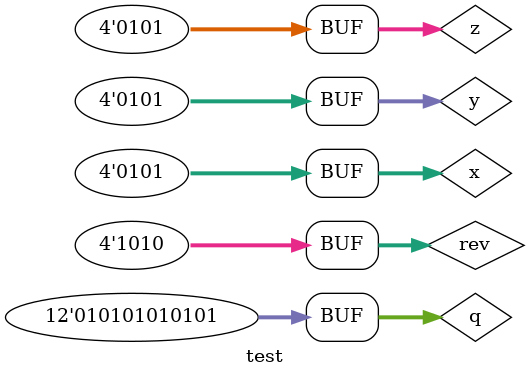
<source format=v>
module test();

	parameter w = 4;
	reg [w-1:0] x;

	reg [w-1:0] y;

	reg [0:w-1] z;

	wire [3*w-1:0] q;

	assign q = { x, y, z};

	wire [w-1:0] rev;
	generate
		genvar i;
		for (i = 0; i < w; i = i + 1) begin
			assign rev[i] = x[w-i-1];
		end
	endgenerate

	initial begin
		$monitor("x %b y %b z %b rev %b q %b", x, y, z, rev, q);
		x = 5;
		#1 y = {x[0], x[1], x[2], x[3]}; // y = flipped x
		#1 y = x[0 +: 4]; // y = x
		#1 y = x[3 -: 4]; // y = x
		///#1 y = x[0:3]; // error.
		//
		z = 5;

	end

endmodule

</source>
